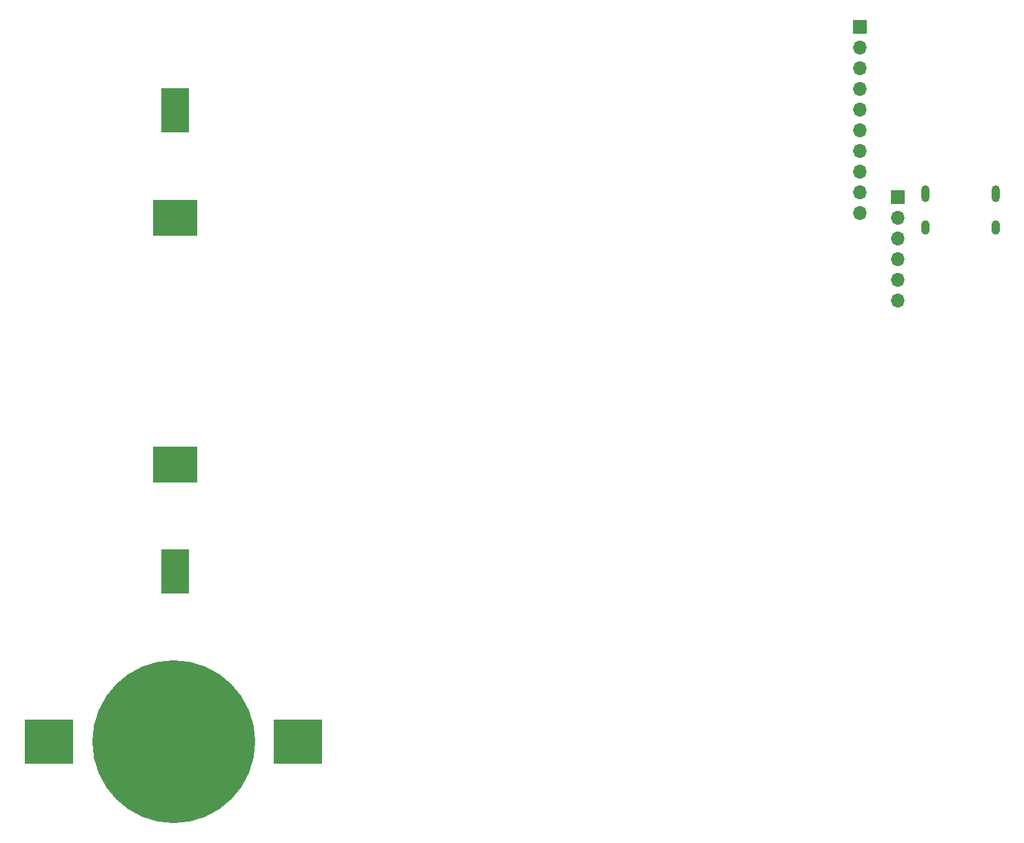
<source format=gbr>
%TF.GenerationSoftware,KiCad,Pcbnew,(6.99.0-1239-g6d82490b59-dirty)*%
%TF.CreationDate,2022-03-22T11:17:59-05:00*%
%TF.ProjectId,LayoutBottom,4c61796f-7574-4426-9f74-746f6d2e6b69,rev?*%
%TF.SameCoordinates,Original*%
%TF.FileFunction,Copper,L2,Bot*%
%TF.FilePolarity,Positive*%
%FSLAX46Y46*%
G04 Gerber Fmt 4.6, Leading zero omitted, Abs format (unit mm)*
G04 Created by KiCad (PCBNEW (6.99.0-1239-g6d82490b59-dirty)) date 2022-03-22 11:17:59*
%MOMM*%
%LPD*%
G01*
G04 APERTURE LIST*
%TA.AperFunction,ComponentPad*%
%ADD10O,1.000000X2.100000*%
%TD*%
%TA.AperFunction,ComponentPad*%
%ADD11O,1.000000X1.800000*%
%TD*%
%TA.AperFunction,ComponentPad*%
%ADD12R,1.700000X1.700000*%
%TD*%
%TA.AperFunction,ComponentPad*%
%ADD13O,1.700000X1.700000*%
%TD*%
%TA.AperFunction,SMDPad,CuDef*%
%ADD14R,6.000000X5.500000*%
%TD*%
%TA.AperFunction,SMDPad,CuDef*%
%ADD15C,20.000000*%
%TD*%
%TA.AperFunction,SMDPad,CuDef*%
%ADD16R,3.500000X5.500000*%
%TD*%
%TA.AperFunction,SMDPad,CuDef*%
%ADD17R,5.500000X4.500000*%
%TD*%
G04 APERTURE END LIST*
D10*
%TO.P,P1,S1,SHIELD*%
%TO.N,VSS*%
X241939999Y-74274999D03*
D11*
X233299999Y-78424999D03*
D10*
X233299999Y-74274999D03*
D11*
X241939999Y-78424999D03*
%TD*%
D12*
%TO.P,J5,1,Pin_1*%
%TO.N,1*%
X225324999Y-53799999D03*
D13*
%TO.P,J5,2,Pin_2*%
%TO.N,2*%
X225324999Y-56339999D03*
%TO.P,J5,3,Pin_3*%
%TO.N,3*%
X225324999Y-58879999D03*
%TO.P,J5,4,Pin_4*%
%TO.N,4*%
X225324999Y-61419999D03*
%TO.P,J5,5,Pin_5*%
%TO.N,5*%
X225324999Y-63959999D03*
%TO.P,J5,6,Pin_6*%
%TO.N,6*%
X225324999Y-66499999D03*
%TO.P,J5,7,Pin_7*%
%TO.N,7*%
X225324999Y-69039999D03*
%TO.P,J5,8,Pin_8*%
%TO.N,8*%
X225324999Y-71579999D03*
%TO.P,J5,9,Pin_9*%
%TO.N,9*%
X225324999Y-74119999D03*
%TO.P,J5,10,Pin_10*%
%TO.N,10*%
X225324999Y-76659999D03*
%TD*%
D12*
%TO.P,J1,1,Pin_1*%
%TO.N,VCC*%
X229974999Y-74699999D03*
D13*
%TO.P,J1,2,Pin_2*%
%TO.N,VSS*%
X229974999Y-77239999D03*
%TO.P,J1,3,Pin_3*%
%TO.N,Boot*%
X229974999Y-79779999D03*
%TO.P,J1,4,Pin_4*%
%TO.N,TX*%
X229974999Y-82319999D03*
%TO.P,J1,5,Pin_5*%
%TO.N,RX*%
X229974999Y-84859999D03*
%TO.P,J1,6,Pin_6*%
%TO.N,Reset*%
X229974999Y-87399999D03*
%TD*%
D14*
%TO.P,BT2,1,+*%
%TO.N,VDDA*%
X156299999Y-141599999D03*
X125699999Y-141599999D03*
D15*
%TO.P,BT2,2,-*%
%TO.N,VSS*%
X141000000Y-141600000D03*
%TD*%
D16*
%TO.P,BT1,1,+*%
%TO.N,VDDA*%
X141199999Y-64099999D03*
%TO.P,BT1,2,-*%
%TO.N,VSS*%
X141199999Y-120699999D03*
D17*
%TO.P,BT1,1,+*%
%TO.N,VDDA*%
X141224999Y-77274999D03*
%TO.P,BT1,2,-*%
%TO.N,VSS*%
X141224999Y-107574999D03*
%TD*%
M02*

</source>
